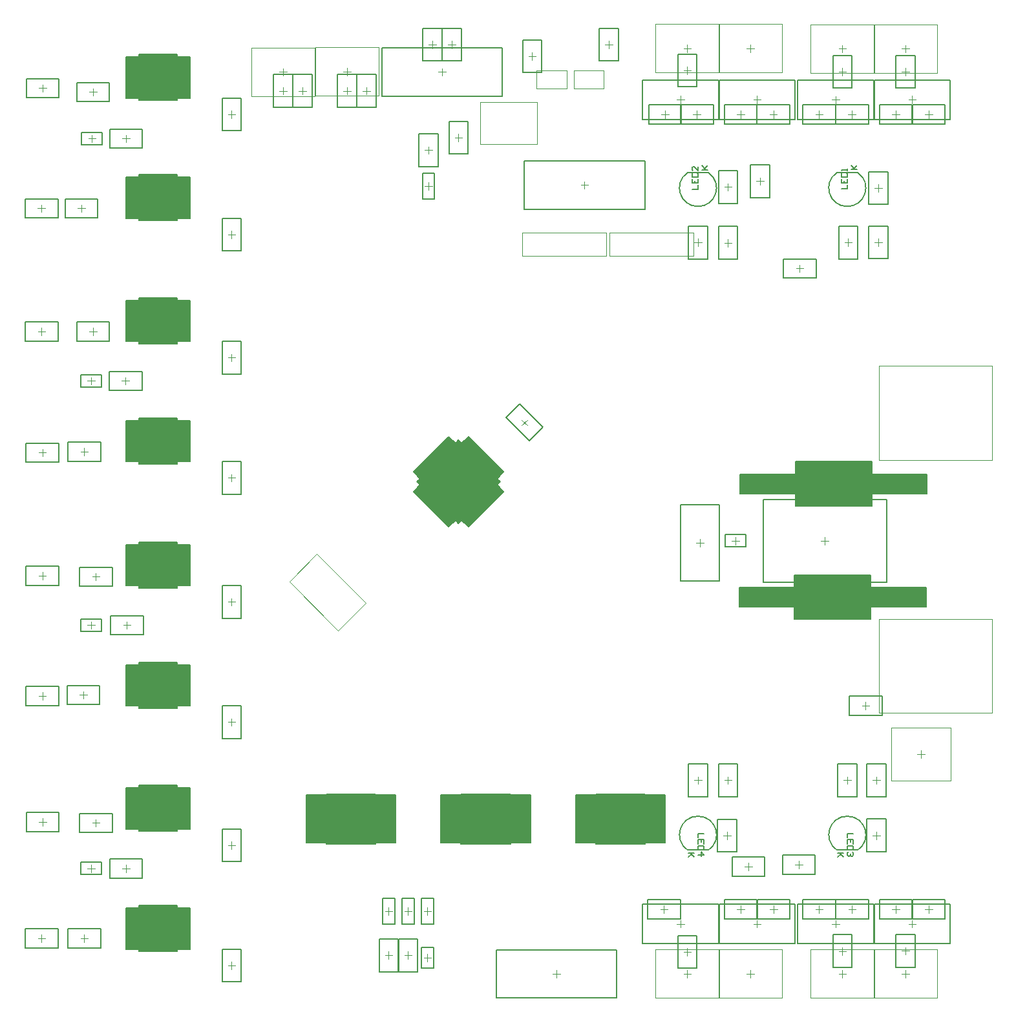
<source format=gbr>
%TF.GenerationSoftware,Altium Limited,Altium Designer,21.6.4 (81)*%
G04 Layer_Color=32768*
%FSLAX43Y43*%
%MOMM*%
%TF.SameCoordinates,95A2699C-722C-4572-8EE5-7BEA9F810E30*%
%TF.FilePolarity,Positive*%
%TF.FileFunction,Other,Mechanical_15*%
%TF.Part,Single*%
G01*
G75*
%TA.AperFunction,NonConductor*%
%ADD93C,0.152*%
%ADD94C,0.200*%
%ADD137C,0.100*%
%ADD138C,0.050*%
G36*
X-110020Y127366D02*
X-108365D01*
Y121982D01*
X-110020D01*
Y121664D01*
X-115024D01*
Y121982D01*
X-116679D01*
Y127366D01*
X-115024D01*
Y127684D01*
X-110020D01*
Y127366D01*
D02*
G37*
G36*
Y111618D02*
X-108365D01*
Y106234D01*
X-110020D01*
Y105916D01*
X-115024D01*
Y106234D01*
X-116679D01*
Y111618D01*
X-115024D01*
Y111936D01*
X-110020D01*
Y111618D01*
D02*
G37*
G36*
Y95489D02*
X-108365D01*
Y90105D01*
X-110020D01*
Y89787D01*
X-115024D01*
Y90105D01*
X-116679D01*
Y95489D01*
X-115024D01*
Y95807D01*
X-110020D01*
Y95489D01*
D02*
G37*
G36*
X-67241Y73018D02*
X-68127Y72132D01*
X-67710Y71715D01*
X-68127Y71298D01*
X-67241Y70412D01*
X-71849Y65804D01*
X-72735Y66690D01*
X-73152Y66273D01*
X-73569Y66690D01*
X-74455Y65804D01*
X-79063Y70412D01*
X-78177Y71298D01*
X-78594Y71715D01*
X-78177Y72132D01*
X-79063Y73018D01*
X-74455Y77626D01*
X-73569Y76740D01*
X-73152Y77157D01*
X-72735Y76740D01*
X-71849Y77626D01*
X-67241Y73018D01*
D02*
G37*
G36*
X-110020Y79741D02*
X-108365D01*
Y74357D01*
X-110020D01*
Y74039D01*
X-115024D01*
Y74357D01*
X-116679D01*
Y79741D01*
X-115024D01*
Y80059D01*
X-110020D01*
Y79741D01*
D02*
G37*
G36*
X-19024Y72714D02*
X-11797D01*
Y70149D01*
X-19024D01*
Y68523D01*
X-29031D01*
Y70149D01*
X-36258D01*
Y72714D01*
X-29031D01*
Y74340D01*
X-19024D01*
Y72714D01*
D02*
G37*
G36*
X-110020Y63485D02*
X-108365D01*
Y58101D01*
X-110020D01*
Y57783D01*
X-115024D01*
Y58101D01*
X-116679D01*
Y63485D01*
X-115024D01*
Y63803D01*
X-110020D01*
Y63485D01*
D02*
G37*
G36*
X-19152Y57885D02*
X-11925D01*
Y55319D01*
X-19152D01*
Y53694D01*
X-29159D01*
Y55319D01*
X-36386D01*
Y57885D01*
X-29159D01*
Y59510D01*
X-19152D01*
Y57885D01*
D02*
G37*
G36*
X-110020Y47737D02*
X-108365D01*
Y42353D01*
X-110020D01*
Y42035D01*
X-115024D01*
Y42353D01*
X-116679D01*
Y47737D01*
X-115024D01*
Y48055D01*
X-110020D01*
Y47737D01*
D02*
G37*
G36*
Y31608D02*
X-108365D01*
Y26224D01*
X-110020D01*
Y25906D01*
X-115024D01*
Y26224D01*
X-116679D01*
Y31608D01*
X-115024D01*
Y31926D01*
X-110020D01*
Y31608D01*
D02*
G37*
G36*
X-48692Y30656D02*
X-46088D01*
Y24382D01*
X-48692D01*
Y24268D01*
X-55194D01*
Y24382D01*
X-57798D01*
Y30656D01*
X-55194D01*
Y30770D01*
X-48692D01*
Y30656D01*
D02*
G37*
G36*
X-66345D02*
X-63741D01*
Y24382D01*
X-66345D01*
Y24268D01*
X-72847D01*
Y24382D01*
X-75451D01*
Y30656D01*
X-72847D01*
Y30770D01*
X-66345D01*
Y30656D01*
D02*
G37*
G36*
X-83998D02*
X-81394D01*
Y24382D01*
X-83998D01*
Y24268D01*
X-90500D01*
Y24382D01*
X-93104D01*
Y30656D01*
X-90500D01*
Y30770D01*
X-83998D01*
Y30656D01*
D02*
G37*
G36*
X-110020Y15860D02*
X-108365D01*
Y10476D01*
X-110020D01*
Y10158D01*
X-115024D01*
Y10476D01*
X-116679D01*
Y15860D01*
X-115024D01*
Y16178D01*
X-110020D01*
Y15860D01*
D02*
G37*
D93*
X-108365Y74357D02*
Y79741D01*
X-110020D02*
X-108365D01*
X-110020D02*
Y80059D01*
X-115024D02*
X-110020D01*
X-115024Y79741D02*
Y80059D01*
X-116679Y79741D02*
X-115024D01*
X-116679Y74357D02*
Y79741D01*
Y74357D02*
X-115024D01*
Y74039D02*
Y74357D01*
Y74039D02*
X-110020D01*
Y74357D01*
X-108365D01*
X-110020Y26224D02*
X-108365D01*
X-110020Y25906D02*
Y26224D01*
X-115024Y25906D02*
X-110020D01*
X-115024D02*
Y26224D01*
X-116679D02*
X-115024D01*
X-116679D02*
Y31608D01*
X-115024D01*
Y31926D01*
X-110020D01*
Y31608D02*
Y31926D01*
Y31608D02*
X-108365D01*
Y26224D02*
Y31608D01*
X-110020Y10476D02*
X-108365D01*
X-110020Y10158D02*
Y10476D01*
X-115024Y10158D02*
X-110020D01*
X-115024D02*
Y10476D01*
X-116679D02*
X-115024D01*
X-116679D02*
Y15860D01*
X-115024D01*
Y16178D01*
X-110020D01*
Y15860D02*
Y16178D01*
Y15860D02*
X-108365D01*
Y10476D02*
Y15860D01*
X-110020Y121982D02*
X-108365D01*
X-110020Y121664D02*
Y121982D01*
X-115024Y121664D02*
X-110020D01*
X-115024D02*
Y121982D01*
X-116679D02*
X-115024D01*
X-116679D02*
Y127366D01*
X-115024D01*
Y127684D01*
X-110020D01*
Y127366D02*
Y127684D01*
Y127366D02*
X-108365D01*
Y121982D02*
Y127366D01*
X-110020Y106234D02*
X-108365D01*
X-110020Y105916D02*
Y106234D01*
X-115024Y105916D02*
X-110020D01*
X-115024D02*
Y106234D01*
X-116679D02*
X-115024D01*
X-116679D02*
Y111618D01*
X-115024D01*
Y111936D01*
X-110020D01*
Y111618D02*
Y111936D01*
Y111618D02*
X-108365D01*
Y106234D02*
Y111618D01*
X-110020Y90105D02*
X-108365D01*
X-110020Y89787D02*
Y90105D01*
X-115024Y89787D02*
X-110020D01*
X-115024D02*
Y90105D01*
X-116679D02*
X-115024D01*
X-116679D02*
Y95489D01*
X-115024D01*
Y95807D01*
X-110020D01*
Y95489D02*
Y95807D01*
Y95489D02*
X-108365D01*
Y90105D02*
Y95489D01*
X-110020Y58101D02*
X-108365D01*
X-110020Y57783D02*
Y58101D01*
X-115024Y57783D02*
X-110020D01*
X-115024D02*
Y58101D01*
X-116679D02*
X-115024D01*
X-116679D02*
Y63485D01*
X-115024D01*
Y63803D01*
X-110020D01*
Y63485D02*
Y63803D01*
Y63485D02*
X-108365D01*
Y58101D02*
Y63485D01*
X-110020Y42353D02*
X-108365D01*
X-110020Y42035D02*
Y42353D01*
X-115024Y42035D02*
X-110020D01*
X-115024D02*
Y42353D01*
X-116679D02*
X-115024D01*
X-116679D02*
Y47737D01*
X-115024D01*
Y48055D01*
X-110020D01*
Y47737D02*
Y48055D01*
Y47737D02*
X-108365D01*
Y42353D02*
Y47737D01*
X-73569Y66690D02*
X-73152Y66273D01*
X-74455Y65804D02*
X-73569Y66690D01*
X-79063Y70412D02*
X-74455Y65804D01*
X-79063Y70412D02*
X-78177Y71298D01*
X-78594Y71715D02*
X-78177Y71298D01*
X-78594Y71715D02*
X-78177Y72132D01*
X-79063Y73018D02*
X-78177Y72132D01*
X-79063Y73018D02*
X-74455Y77626D01*
X-73569Y76740D01*
X-73152Y77157D01*
X-72735Y76740D01*
X-71849Y77626D01*
X-67241Y73018D01*
X-68127Y72132D02*
X-67241Y73018D01*
X-68127Y72132D02*
X-67710Y71715D01*
X-68127Y71298D02*
X-67710Y71715D01*
X-68127Y71298D02*
X-67241Y70412D01*
X-71849Y65804D02*
X-67241Y70412D01*
X-72735Y66690D02*
X-71849Y65804D01*
X-73152Y66273D02*
X-72735Y66690D01*
X-83998Y30656D02*
Y30770D01*
Y30656D02*
X-81394D01*
Y24382D02*
Y30656D01*
X-83998Y24382D02*
X-81394D01*
X-83998Y24268D02*
Y24382D01*
X-90500Y24268D02*
X-83998D01*
X-90500D02*
Y24382D01*
X-93104D02*
X-90500D01*
X-93104D02*
Y30656D01*
X-90500D01*
Y30770D01*
X-83998D01*
X-48692Y30656D02*
Y30770D01*
Y30656D02*
X-46088D01*
Y24382D02*
Y30656D01*
X-48692Y24382D02*
X-46088D01*
X-48692Y24268D02*
Y24382D01*
X-55194Y24268D02*
X-48692D01*
X-55194D02*
Y24382D01*
X-57798D02*
X-55194D01*
X-57798D02*
Y30656D01*
X-55194D01*
Y30770D01*
X-48692D01*
X-66345Y30656D02*
Y30770D01*
Y30656D02*
X-63741D01*
Y24382D02*
Y30656D01*
X-66345Y24382D02*
X-63741D01*
X-66345Y24268D02*
Y24382D01*
X-72847Y24268D02*
X-66345D01*
X-72847D02*
Y24382D01*
X-75451D02*
X-72847D01*
X-75451D02*
Y30656D01*
X-72847D01*
Y30770D01*
X-66345D01*
X-36258Y70149D02*
Y72714D01*
X-29031D01*
Y74340D01*
X-19024D01*
Y72714D02*
Y74340D01*
Y72714D02*
X-11797D01*
Y70149D02*
Y72714D01*
X-36258Y70149D02*
X-29031D01*
Y68523D02*
Y70149D01*
Y68523D02*
X-19024D01*
Y70149D01*
X-11797D01*
X-19152Y55319D02*
X-11925D01*
X-19152Y53694D02*
Y55319D01*
X-29159Y53694D02*
X-19152D01*
X-29159D02*
Y55319D01*
X-36386D02*
X-29159D01*
X-11925D02*
Y57885D01*
X-19152D02*
X-11925D01*
X-19152D02*
Y59510D01*
X-29159D02*
X-19152D01*
X-29159Y57885D02*
Y59510D01*
X-36386Y57885D02*
X-29159D01*
X-36386Y55319D02*
Y57885D01*
X-21425Y25614D02*
X-22225D01*
Y25081D01*
X-21425Y24281D02*
Y24814D01*
X-22225D01*
Y24281D01*
X-21825Y24814D02*
Y24548D01*
X-21425Y24015D02*
X-22225D01*
Y23615D01*
X-22092Y23481D01*
X-21559D01*
X-21425Y23615D01*
Y24015D01*
X-21559Y23215D02*
X-21425Y23081D01*
Y22815D01*
X-21559Y22682D01*
X-21692D01*
X-21825Y22815D01*
Y22948D01*
Y22815D01*
X-21958Y22682D01*
X-22092D01*
X-22225Y22815D01*
Y23081D01*
X-22092Y23215D01*
X-22695Y23074D02*
X-23495D01*
X-23228D01*
X-22695Y22541D01*
X-23095Y22941D01*
X-23495Y22541D01*
X-40983Y25614D02*
X-41783D01*
Y25081D01*
X-40983Y24281D02*
Y24814D01*
X-41783D01*
Y24281D01*
X-41383Y24814D02*
Y24548D01*
X-40983Y24015D02*
X-41783D01*
Y23615D01*
X-41650Y23481D01*
X-41117D01*
X-40983Y23615D01*
Y24015D01*
X-41783Y22815D02*
X-40983D01*
X-41383Y23215D01*
Y22682D01*
X-42253Y23074D02*
X-43053D01*
X-42786D01*
X-42253Y22541D01*
X-42653Y22941D01*
X-43053Y22541D01*
X-42583Y110064D02*
X-41783D01*
Y110597D01*
X-42583Y111397D02*
Y110864D01*
X-41783D01*
Y111397D01*
X-42183Y110864D02*
Y111130D01*
X-42583Y111663D02*
X-41783D01*
Y112063D01*
X-41916Y112197D01*
X-42449D01*
X-42583Y112063D01*
Y111663D01*
X-41783Y112996D02*
Y112463D01*
X-42316Y112996D01*
X-42449D01*
X-42583Y112863D01*
Y112597D01*
X-42449Y112463D01*
X-41313Y112604D02*
X-40513D01*
X-40780D01*
X-41313Y113137D01*
X-40913Y112737D01*
X-40513Y113137D01*
X-21755Y112609D02*
X-20955D01*
X-21222D01*
X-21755Y113142D01*
X-21355Y112742D01*
X-20955Y113142D01*
X-23025Y110069D02*
X-22225D01*
Y110602D01*
X-23025Y111402D02*
Y110869D01*
X-22225D01*
Y111402D01*
X-22625Y110869D02*
Y111135D01*
X-23025Y111668D02*
X-22225D01*
Y112068D01*
X-22358Y112202D01*
X-22891D01*
X-23025Y112068D01*
Y111668D01*
X-22225Y112468D02*
Y112735D01*
Y112602D01*
X-23025D01*
X-22891Y112468D01*
D94*
X-20867Y23455D02*
G03*
X-23605Y23475I-1355J2016D01*
G01*
X-40425Y23455D02*
G03*
X-43163Y23475I-1355J2016D01*
G01*
X-43141Y112223D02*
G03*
X-40403Y112203I1355J-2016D01*
G01*
X-23583Y112228D02*
G03*
X-20845Y112208I1355J-2016D01*
G01*
X-114559Y115419D02*
Y117927D01*
X-118867Y115419D02*
X-114559D01*
X-118867D02*
Y117927D01*
X-114559D01*
X-71898Y114646D02*
Y118954D01*
X-74406D02*
X-71898D01*
X-74406Y114646D02*
Y118954D01*
Y114646D02*
X-71898D01*
X-78343Y112995D02*
Y117303D01*
X-75835D01*
Y112995D02*
Y117303D01*
X-78343Y112995D02*
X-75835D01*
X-76314Y108750D02*
Y112150D01*
X-77864Y108750D02*
X-76314D01*
X-77864D02*
Y112150D01*
X-76314D01*
X-104124Y117694D02*
X-101616D01*
X-104124D02*
Y122002D01*
X-101616D01*
Y117694D02*
Y122002D01*
X-104124Y38065D02*
X-101616D01*
X-104124D02*
Y42373D01*
X-101616D01*
Y38065D02*
Y42373D01*
X-104124Y21936D02*
X-101616D01*
X-104124D02*
Y26244D01*
X-101616D01*
Y21936D02*
Y26244D01*
X-104124Y6188D02*
X-101616D01*
X-104124D02*
Y10496D01*
X-101616D01*
Y6188D02*
Y10496D01*
X-124328Y10644D02*
Y13152D01*
X-120020D01*
Y10644D02*
Y13152D01*
X-124328Y10644D02*
X-120020D01*
X-119931Y20242D02*
Y21842D01*
X-122639Y20242D02*
X-119931D01*
X-122639D02*
Y21842D01*
X-119931D01*
X-122804Y25757D02*
Y28265D01*
X-118496D01*
Y25757D02*
Y28265D01*
X-122804Y25757D02*
X-118496D01*
X-119931Y52119D02*
Y53719D01*
X-122639Y52119D02*
X-119931D01*
X-122639D02*
Y53719D01*
X-119931D01*
X-122804Y58015D02*
Y60523D01*
X-118496D01*
Y58015D02*
Y60523D01*
X-122804Y58015D02*
X-118496D01*
X-124328Y74398D02*
Y76906D01*
X-120020D01*
Y74398D02*
Y76906D01*
X-124328Y74398D02*
X-120020D01*
X-119931Y84123D02*
Y85723D01*
X-122639Y84123D02*
X-119931D01*
X-122639D02*
Y85723D01*
X-119931D01*
X-123185Y90146D02*
Y92654D01*
X-118877D01*
Y90146D02*
Y92654D01*
X-123185Y90146D02*
X-118877D01*
X-119804Y115873D02*
Y117473D01*
X-122512Y115873D02*
X-119804D01*
X-122512D02*
Y117473D01*
X-119804D01*
X-123185Y121515D02*
Y124023D01*
X-118877D01*
Y121515D02*
Y124023D01*
X-123185Y121515D02*
X-118877D01*
X-129789Y122023D02*
Y124531D01*
X-125481D01*
Y122023D02*
Y124531D01*
X-129789Y122023D02*
X-125481D01*
X-124455Y42521D02*
Y45029D01*
X-120147D01*
Y42521D02*
Y45029D01*
X-124455Y42521D02*
X-120147D01*
X-75295Y126838D02*
X-72787D01*
X-75295D02*
Y131146D01*
X-72787D01*
Y126838D02*
Y131146D01*
X-64754Y125314D02*
X-62246D01*
X-64754D02*
Y129622D01*
X-62246D01*
Y125314D02*
Y129622D01*
X-54721Y131146D02*
X-52213D01*
Y126838D02*
Y131146D01*
X-54721Y126838D02*
X-52213D01*
X-54721D02*
Y131146D01*
X-66926Y80098D02*
X-65152Y81872D01*
X-62106Y78826D01*
X-63880Y77052D02*
X-62106Y78826D01*
X-66926Y80098D02*
X-63880Y77052D01*
X-78016Y10699D02*
X-76416D01*
Y7991D02*
Y10699D01*
X-78016Y7991D02*
X-76416D01*
X-78016D02*
Y10699D01*
X-48382Y14454D02*
Y16962D01*
X-44074D01*
Y14454D02*
Y16962D01*
X-48382Y14454D02*
X-44074D01*
X-34031D02*
Y16962D01*
X-29723D01*
Y14454D02*
Y16962D01*
X-34031Y14454D02*
X-29723D01*
X-28062D02*
Y16962D01*
X-23754D01*
Y14454D02*
Y16962D01*
X-28062Y14454D02*
X-23754D01*
X-23744D02*
Y16962D01*
X-19436D01*
Y14454D02*
Y16962D01*
X-23744Y14454D02*
X-19436D01*
X-13711D02*
Y16962D01*
X-9403D01*
Y14454D02*
Y16962D01*
X-13711Y14454D02*
X-9403D01*
X-26421Y20296D02*
Y22804D01*
X-30729Y20296D02*
X-26421D01*
X-30729D02*
Y22804D01*
X-26421D01*
X-33025Y20042D02*
Y22550D01*
X-37333Y20042D02*
X-33025D01*
X-37333D02*
Y22550D01*
X-33025D01*
X-39227Y23206D02*
X-36719D01*
X-39227D02*
Y27514D01*
X-36719D01*
Y23206D02*
Y27514D01*
X-43037Y30445D02*
X-40529D01*
X-43037D02*
Y34753D01*
X-40529D01*
Y30445D02*
Y34753D01*
X-39100Y30445D02*
X-36592D01*
X-39100D02*
Y34753D01*
X-36592D01*
Y30445D02*
Y34753D01*
X-23479Y30445D02*
X-20971D01*
X-23479D02*
Y34753D01*
X-20971D01*
Y30445D02*
Y34753D01*
X-35514Y63168D02*
Y64768D01*
X-38222Y63168D02*
X-35514D01*
X-38222D02*
Y64768D01*
X-35514D01*
X-33266Y58538D02*
X-17046D01*
X-33266D02*
Y69398D01*
X-17046D01*
Y58538D02*
Y69398D01*
X-26294Y98401D02*
Y100909D01*
X-30602Y98401D02*
X-26294D01*
X-30602D02*
Y100909D01*
X-26294D01*
X-43037Y105203D02*
X-40529D01*
Y100895D02*
Y105203D01*
X-43037Y100895D02*
X-40529D01*
X-43037D02*
Y105203D01*
X-34909Y113239D02*
X-32401D01*
Y108931D02*
Y113239D01*
X-34909Y108931D02*
X-32401D01*
X-34909D02*
Y113239D01*
X-23352Y105203D02*
X-20844D01*
Y100895D02*
Y105203D01*
X-23352Y100895D02*
X-20844D01*
X-23352D02*
Y105203D01*
X-19415Y105238D02*
X-16907D01*
Y100930D02*
Y105238D01*
X-19415Y100930D02*
X-16907D01*
X-19415D02*
Y105238D01*
Y112350D02*
X-16907D01*
Y108042D02*
Y112350D01*
X-19415Y108042D02*
X-16907D01*
X-19415D02*
Y112350D01*
X-9403Y118594D02*
Y121102D01*
X-13711Y118594D02*
X-9403D01*
X-13711D02*
Y121102D01*
X-9403D01*
X-13721Y118594D02*
Y121102D01*
X-18029Y118594D02*
X-13721D01*
X-18029D02*
Y121102D01*
X-13721D01*
X-23779Y118594D02*
Y121102D01*
X-19471D01*
Y118594D02*
Y121102D01*
X-23779Y118594D02*
X-19471D01*
X-23754D02*
Y121102D01*
X-28062Y118594D02*
X-23754D01*
X-28062D02*
Y121102D01*
X-23754D01*
X-29758Y118594D02*
Y121102D01*
X-34066Y118594D02*
X-29758D01*
X-34066D02*
Y121102D01*
X-29758D01*
X-34041Y118594D02*
Y121102D01*
X-38349Y118594D02*
X-34041D01*
X-38349D02*
Y121102D01*
X-34041D01*
X-44099Y118594D02*
Y121102D01*
X-39791D01*
Y118594D02*
Y121102D01*
X-44099Y118594D02*
X-39791D01*
X-43947D02*
Y121102D01*
X-48255Y118594D02*
X-43947D01*
X-48255D02*
Y121102D01*
X-43947D01*
X-52425Y4095D02*
Y10395D01*
X-68225D02*
X-52425D01*
X-68225Y4095D02*
Y10395D01*
Y4095D02*
X-52425D01*
X-77991Y13754D02*
X-76441D01*
Y17154D01*
X-77991D02*
X-76441D01*
X-77991Y13754D02*
Y17154D01*
X-80531Y13754D02*
Y17154D01*
X-78981D01*
Y13754D02*
Y17154D01*
X-80531Y13754D02*
X-78981D01*
X-83071D02*
Y17154D01*
X-81521D01*
Y13754D02*
Y17154D01*
X-83071Y13754D02*
X-81521D01*
X-8726Y119178D02*
Y124338D01*
X-18706Y119178D02*
X-8726D01*
X-18706D02*
Y124338D01*
X-8726D01*
X-18759Y119173D02*
Y124333D01*
X-28739Y119173D02*
X-18759D01*
X-28739D02*
Y124333D01*
X-18759D01*
X-29046Y119178D02*
Y124338D01*
X-39026Y119178D02*
X-29046D01*
X-39026D02*
Y124338D01*
X-29046D01*
X-39079Y119178D02*
Y124338D01*
X-49059Y119178D02*
X-39079D01*
X-49059D02*
Y124338D01*
X-39079D01*
X-28739Y11218D02*
X-18759D01*
Y16378D01*
X-28739D02*
X-18759D01*
X-28739Y11218D02*
Y16378D01*
X-18706Y11218D02*
X-8726D01*
Y16378D01*
X-18706D02*
X-8726D01*
X-18706Y11218D02*
Y16378D01*
X-39026Y11218D02*
X-29046D01*
Y16378D01*
X-39026D02*
X-29046D01*
X-39026Y11218D02*
Y16378D01*
X-49059Y11218D02*
X-39079D01*
Y16378D01*
X-49059D02*
X-39079D01*
X-49059Y11218D02*
Y16378D01*
X-23604Y23455D02*
X-20867D01*
X-43162D02*
X-40425D01*
X-64542Y113727D02*
X-48742D01*
Y107427D02*
Y113727D01*
X-64542Y107427D02*
X-48742D01*
X-64542D02*
Y113727D01*
X-43141Y112223D02*
X-40404D01*
X-23583Y112228D02*
X-20846D01*
X-83211Y128540D02*
X-67411D01*
Y122240D02*
Y128540D01*
X-83211Y122240D02*
X-67411D01*
X-83211D02*
Y128540D01*
X-94885Y120777D02*
Y125085D01*
X-97393D02*
X-94885D01*
X-97393Y120777D02*
Y125085D01*
Y120777D02*
X-94885D01*
X-92345D02*
Y125085D01*
X-94853D02*
X-92345D01*
X-94853Y120777D02*
Y125085D01*
Y120777D02*
X-92345D01*
X-86503D02*
Y125085D01*
X-89011D02*
X-86503D01*
X-89011Y120777D02*
Y125085D01*
Y120777D02*
X-86503D01*
X-83963D02*
Y125085D01*
X-86471D02*
X-83963D01*
X-86471Y120777D02*
Y125085D01*
Y120777D02*
X-83963D01*
X-75327Y126838D02*
Y131146D01*
X-77835D02*
X-75327D01*
X-77835Y126838D02*
Y131146D01*
Y126838D02*
X-75327D01*
X-81010Y7518D02*
Y11826D01*
Y7518D02*
X-78502D01*
Y11826D01*
X-81010D02*
X-78502D01*
X-83550Y7518D02*
Y11826D01*
Y7518D02*
X-81042D01*
Y11826D01*
X-83550D02*
X-81042D01*
X-39100Y100873D02*
Y105181D01*
Y100873D02*
X-36592D01*
Y105181D01*
X-39100D02*
X-36592D01*
X-39100Y108169D02*
Y112477D01*
Y108169D02*
X-36592D01*
Y112477D01*
X-39100D02*
X-36592D01*
X-17178Y23223D02*
Y27532D01*
X-19687D02*
X-17178D01*
X-19687Y23223D02*
Y27532D01*
Y23223D02*
X-17178D01*
X-17161Y30445D02*
Y34753D01*
X-19669D02*
X-17161D01*
X-19669Y30445D02*
Y34753D01*
Y30445D02*
X-17161D01*
X-38349Y16962D02*
X-34041D01*
X-38349Y14454D02*
Y16962D01*
Y14454D02*
X-34041D01*
Y16962D01*
X-18029D02*
X-13721D01*
X-18029Y14454D02*
Y16962D01*
Y14454D02*
X-13721D01*
Y16962D01*
X-15859Y127590D02*
X-13351D01*
Y123282D02*
Y127590D01*
X-15859Y123282D02*
X-13351D01*
X-15859D02*
Y127590D01*
X-24114D02*
X-21606D01*
Y123282D02*
Y127590D01*
X-24114Y123282D02*
X-21606D01*
X-24114D02*
Y127590D01*
X-44434Y127752D02*
X-41926D01*
Y123444D02*
Y127752D01*
X-44434Y123444D02*
X-41926D01*
X-44434D02*
Y127752D01*
X-118867Y22296D02*
X-114559D01*
X-118867Y19788D02*
Y22296D01*
Y19788D02*
X-114559D01*
Y22296D01*
X-118927Y86177D02*
X-114619D01*
X-118927Y83669D02*
Y86177D01*
Y83669D02*
X-114619D01*
Y86177D01*
X-118740Y54173D02*
X-114432D01*
X-118740Y51665D02*
Y54173D01*
Y51665D02*
X-114432D01*
Y54173D01*
X-21966Y41124D02*
X-17658D01*
Y43632D01*
X-21966D02*
X-17658D01*
X-21966Y41124D02*
Y43632D01*
X-44109Y58724D02*
X-38949D01*
X-44109D02*
Y68704D01*
X-38949D01*
Y58724D02*
Y68704D01*
X-13351Y8093D02*
Y12401D01*
X-15859D02*
X-13351D01*
X-15859Y8093D02*
Y12401D01*
Y8093D02*
X-13351D01*
X-21606Y8058D02*
Y12366D01*
X-24114D02*
X-21606D01*
X-24114Y8058D02*
Y12366D01*
Y8058D02*
X-21606D01*
X-41926Y7966D02*
Y12274D01*
X-44434D02*
X-41926D01*
X-44434Y7966D02*
Y12274D01*
Y7966D02*
X-41926D01*
X-101616Y101946D02*
Y106254D01*
X-104124D02*
X-101616D01*
X-104124Y101946D02*
Y106254D01*
Y101946D02*
X-101616D01*
Y85817D02*
Y90125D01*
X-104124D02*
X-101616D01*
X-104124Y85817D02*
Y90125D01*
Y85817D02*
X-101616D01*
Y70069D02*
Y74377D01*
X-104124D02*
X-101616D01*
X-104124Y70069D02*
Y74377D01*
Y70069D02*
X-101616D01*
Y53813D02*
Y58121D01*
X-104124D02*
X-101616D01*
X-104124Y53813D02*
Y58121D01*
Y53813D02*
X-101616D01*
X-124709Y106275D02*
X-120401D01*
Y108783D01*
X-124709D02*
X-120401D01*
X-124709Y106275D02*
Y108783D01*
X-129789Y25884D02*
X-125481D01*
Y28392D01*
X-129789D02*
X-125481D01*
X-129789Y25884D02*
Y28392D01*
X-129951Y106275D02*
X-125643D01*
Y108783D01*
X-129951D02*
X-125643D01*
X-129951Y106275D02*
Y108783D01*
X-129916Y10644D02*
X-125608D01*
Y13152D01*
X-129916D02*
X-125608D01*
X-129916Y10644D02*
Y13152D01*
X-129824Y42394D02*
X-125516D01*
Y44902D01*
X-129824D02*
X-125516D01*
X-129824Y42394D02*
Y44902D01*
Y58142D02*
X-125516D01*
Y60650D01*
X-129824D02*
X-125516D01*
X-129824Y58142D02*
Y60650D01*
X-129916Y90146D02*
X-125608D01*
Y92654D01*
X-129916D02*
X-125608D01*
X-129916Y90146D02*
Y92654D01*
X-129824Y74271D02*
X-125516D01*
Y76779D01*
X-129824D02*
X-125516D01*
X-129824Y74271D02*
Y76779D01*
D137*
X-116713Y116173D02*
Y117173D01*
X-117213Y116673D02*
X-116213D01*
X-73152Y116300D02*
Y117300D01*
X-73652Y116800D02*
X-72652D01*
X-77089Y114649D02*
Y115649D01*
X-77589Y115149D02*
X-76589D01*
X-77089Y109950D02*
Y110950D01*
X-77589Y110450D02*
X-76589D01*
X-103370Y119848D02*
X-102370D01*
X-102870Y119348D02*
Y120348D01*
X-103370Y40219D02*
X-102370D01*
X-102870Y39719D02*
Y40719D01*
X-103370Y24090D02*
X-102370D01*
X-102870Y23590D02*
Y24590D01*
X-103370Y8342D02*
X-102370D01*
X-102870Y7842D02*
Y8842D01*
X-122174Y11398D02*
Y12398D01*
X-122674Y11898D02*
X-121674D01*
X-121285Y20542D02*
Y21542D01*
X-121785Y21042D02*
X-120785D01*
X-120650Y26511D02*
Y27511D01*
X-121150Y27011D02*
X-120150D01*
X-121285Y52419D02*
Y53419D01*
X-121785Y52919D02*
X-120785D01*
X-120650Y58769D02*
Y59769D01*
X-121150Y59269D02*
X-120150D01*
X-122174Y75152D02*
Y76152D01*
X-122674Y75652D02*
X-121674D01*
X-121285Y84423D02*
Y85423D01*
X-121785Y84923D02*
X-120785D01*
X-121031Y90900D02*
Y91900D01*
X-121531Y91400D02*
X-120531D01*
X-121158Y116173D02*
Y117173D01*
X-121658Y116673D02*
X-120658D01*
X-121031Y122269D02*
Y123269D01*
X-121531Y122769D02*
X-120531D01*
X-127635Y122777D02*
Y123777D01*
X-128135Y123277D02*
X-127135D01*
X-122301Y43275D02*
Y44275D01*
X-122801Y43775D02*
X-121801D01*
X-74541Y128992D02*
X-73541D01*
X-74041Y128492D02*
Y129492D01*
X-64000Y127468D02*
X-63000D01*
X-63500Y126968D02*
Y127968D01*
X-53967Y128992D02*
X-52967D01*
X-53467Y128492D02*
Y129492D01*
X-64870Y79108D02*
X-64162Y79816D01*
X-64870D02*
X-64162Y79108D01*
X-77716Y9345D02*
X-76716D01*
X-77216Y8845D02*
Y9845D01*
X-46228Y15208D02*
Y16208D01*
X-46728Y15708D02*
X-45728D01*
X-31877Y15208D02*
Y16208D01*
X-32377Y15708D02*
X-31377D01*
X-25908Y15208D02*
Y16208D01*
X-26408Y15708D02*
X-25408D01*
X-21590Y15208D02*
Y16208D01*
X-22090Y15708D02*
X-21090D01*
X-11557Y15208D02*
Y16208D01*
X-12057Y15708D02*
X-11057D01*
X-28575Y21050D02*
Y22050D01*
X-29075Y21550D02*
X-28075D01*
X-35179Y20796D02*
Y21796D01*
X-35679Y21296D02*
X-34679D01*
X-38473Y25360D02*
X-37473D01*
X-37973Y24860D02*
Y25860D01*
X-42283Y32599D02*
X-41283D01*
X-41783Y32099D02*
Y33099D01*
X-38346Y32599D02*
X-37346D01*
X-37846Y32099D02*
Y33099D01*
X-22725Y32599D02*
X-21725D01*
X-22225Y32099D02*
Y33099D01*
X-12573Y35528D02*
Y36528D01*
X-13073Y36028D02*
X-12073D01*
X-36868Y63468D02*
Y64468D01*
X-37368Y63968D02*
X-36368D01*
X-25656D02*
X-24656D01*
X-25156Y63468D02*
Y64468D01*
X-28448Y99155D02*
Y100155D01*
X-28948Y99655D02*
X-27948D01*
X-42283Y103049D02*
X-41283D01*
X-41783Y102549D02*
Y103549D01*
X-34155Y111085D02*
X-33155D01*
X-33655Y110585D02*
Y111585D01*
X-22598Y103049D02*
X-21598D01*
X-22098Y102549D02*
Y103549D01*
X-18661Y103084D02*
X-17661D01*
X-18161Y102584D02*
Y103584D01*
X-18661Y110196D02*
X-17661D01*
X-18161Y109696D02*
Y110696D01*
X-11557Y119348D02*
Y120348D01*
X-12057Y119848D02*
X-11057D01*
X-15875Y119348D02*
Y120348D01*
X-16375Y119848D02*
X-15375D01*
X-21625Y119348D02*
Y120348D01*
X-22125Y119848D02*
X-21125D01*
X-25908Y119348D02*
Y120348D01*
X-26408Y119848D02*
X-25408D01*
X-31912Y119348D02*
Y120348D01*
X-32412Y119848D02*
X-31412D01*
X-36195Y119348D02*
Y120348D01*
X-36695Y119848D02*
X-35695D01*
X-41945Y119348D02*
Y120348D01*
X-42445Y119848D02*
X-41445D01*
X-46101Y119348D02*
Y120348D01*
X-46601Y119848D02*
X-45601D01*
X-60325Y6745D02*
Y7745D01*
X-60825Y7245D02*
X-59825D01*
X-77716Y15454D02*
X-76716D01*
X-77216Y14954D02*
Y15954D01*
X-79756Y14954D02*
Y15954D01*
X-80256Y15454D02*
X-79256D01*
X-82296Y14954D02*
Y15954D01*
X-82796Y15454D02*
X-81796D01*
X-13716Y121258D02*
Y122258D01*
X-14216Y121758D02*
X-13216D01*
X-23749Y121253D02*
Y122253D01*
X-24249Y121753D02*
X-23249D01*
X-34036Y121258D02*
Y122258D01*
X-34536Y121758D02*
X-33536D01*
X-44069Y121258D02*
Y122258D01*
X-44569Y121758D02*
X-43569D01*
X-18100Y86882D02*
X-3300D01*
X-18100Y74582D02*
Y86882D01*
Y74582D02*
X-3300D01*
Y86882D01*
X-24249Y13798D02*
X-23249D01*
X-23749Y13298D02*
Y14298D01*
X-14216Y13798D02*
X-13216D01*
X-13716Y13298D02*
Y14298D01*
X-34536Y13798D02*
X-33536D01*
X-34036Y13298D02*
Y14298D01*
X-44569Y13798D02*
X-43569D01*
X-44069Y13298D02*
Y14298D01*
X-18100Y53735D02*
X-3300D01*
X-18100Y41435D02*
Y53735D01*
Y41435D02*
X-3300D01*
Y53735D01*
X-57142Y110577D02*
X-56142D01*
X-56642Y110077D02*
Y111077D01*
X-75811Y125390D02*
X-74811D01*
X-75311Y124890D02*
Y125890D01*
X-96139Y122431D02*
Y123431D01*
X-96639Y122931D02*
X-95639D01*
X-93599Y122431D02*
Y123431D01*
X-94099Y122931D02*
X-93099D01*
X-87757Y122431D02*
Y123431D01*
X-88257Y122931D02*
X-87257D01*
X-85217Y122431D02*
Y123431D01*
X-85717Y122931D02*
X-84717D01*
X-76581Y128492D02*
Y129492D01*
X-77081Y128992D02*
X-76081D01*
X-79756Y9172D02*
Y10172D01*
X-80256Y9672D02*
X-79256D01*
X-82296Y9172D02*
Y10172D01*
X-82796Y9672D02*
X-81796D01*
X-37846Y102527D02*
Y103527D01*
X-38346Y103027D02*
X-37346D01*
X-37846Y109823D02*
Y110823D01*
X-38346Y110323D02*
X-37346D01*
X-18432Y24877D02*
Y25877D01*
X-18932Y25377D02*
X-17932D01*
X-18415Y32099D02*
Y33099D01*
X-18915Y32599D02*
X-17915D01*
X-36695Y15708D02*
X-35695D01*
X-36195Y15208D02*
Y16208D01*
X-16375Y15708D02*
X-15375D01*
X-15875Y15208D02*
Y16208D01*
X-15105Y125436D02*
X-14105D01*
X-14605Y124936D02*
Y125936D01*
X-23360Y125436D02*
X-22360D01*
X-22860Y124936D02*
Y125936D01*
X-43680Y125598D02*
X-42680D01*
X-43180Y125098D02*
Y126098D01*
X-117213Y21042D02*
X-116213D01*
X-116713Y20542D02*
Y21542D01*
X-117273Y84923D02*
X-116273D01*
X-116773Y84423D02*
Y85423D01*
X-117086Y52919D02*
X-116086D01*
X-116586Y52419D02*
Y53419D01*
X-20312Y42378D02*
X-19312D01*
X-19812Y41878D02*
Y42878D01*
X-42029Y63714D02*
X-41029D01*
X-41529Y63214D02*
Y64214D01*
X-14605Y9747D02*
Y10747D01*
X-15105Y10247D02*
X-14105D01*
X-22860Y9712D02*
Y10712D01*
X-23360Y10212D02*
X-22360D01*
X-43180Y9620D02*
Y10620D01*
X-43680Y10120D02*
X-42680D01*
X-102870Y103600D02*
Y104600D01*
X-103370Y104100D02*
X-102370D01*
X-102870Y87471D02*
Y88471D01*
X-103370Y87971D02*
X-102370D01*
X-102870Y71723D02*
Y72723D01*
X-103370Y72223D02*
X-102370D01*
X-102870Y55467D02*
Y56467D01*
X-103370Y55967D02*
X-102370D01*
X-123055Y107529D02*
X-122055D01*
X-122555Y107029D02*
Y108029D01*
X-128135Y27138D02*
X-127135D01*
X-127635Y26638D02*
Y27638D01*
X-128297Y107529D02*
X-127297D01*
X-127797Y107029D02*
Y108029D01*
X-128262Y11898D02*
X-127262D01*
X-127762Y11398D02*
Y12398D01*
X-128170Y43648D02*
X-127170D01*
X-127670Y43148D02*
Y44148D01*
X-128170Y59396D02*
X-127170D01*
X-127670Y58896D02*
Y59896D01*
X-128262Y91400D02*
X-127262D01*
X-127762Y90900D02*
Y91900D01*
X-128170Y75525D02*
X-127170D01*
X-127670Y75025D02*
Y76025D01*
D138*
X-70273Y115955D02*
Y121455D01*
X-62823D01*
Y115955D02*
Y121455D01*
X-70273Y115955D02*
X-62823D01*
X-62910Y123270D02*
Y125570D01*
X-59010D01*
Y123270D02*
Y125570D01*
X-62910Y123270D02*
X-59010D01*
X-54114D02*
Y125570D01*
X-58014Y123270D02*
X-54114D01*
X-58014D02*
Y125570D01*
X-54114D01*
X-95300Y58634D02*
X-91694Y62240D01*
X-85294Y55840D01*
X-88900Y52234D02*
X-85294Y55840D01*
X-95300Y58634D02*
X-88900Y52234D01*
X-16473Y32578D02*
X-8673D01*
X-16473Y39478D02*
X-8673D01*
X-16473Y32578D02*
Y39478D01*
X-8673Y32578D02*
Y39478D01*
X-10425Y4070D02*
Y10420D01*
X-18785D02*
X-10425D01*
X-18785Y4070D02*
Y10420D01*
Y4070D02*
X-10425D01*
X-15105Y7245D02*
X-14105D01*
X-14605Y6745D02*
Y7745D01*
X-18680Y4070D02*
Y10420D01*
X-27040D02*
X-18680D01*
X-27040Y4070D02*
Y10420D01*
Y4070D02*
X-18680D01*
X-23360Y7245D02*
X-22360D01*
X-22860Y6745D02*
Y7745D01*
X-39000Y4070D02*
Y10420D01*
X-47360D02*
X-39000D01*
X-47360Y4070D02*
Y10420D01*
Y4070D02*
X-39000D01*
X-43680Y7245D02*
X-42680D01*
X-43180Y6745D02*
Y7745D01*
X-30745Y4070D02*
Y10420D01*
X-39105D02*
X-30745D01*
X-39105Y4070D02*
Y10420D01*
Y4070D02*
X-30745D01*
X-35425Y7245D02*
X-34425D01*
X-34925Y6745D02*
Y7745D01*
X-64804Y104325D02*
X-53814D01*
X-64804Y101335D02*
Y104325D01*
Y101335D02*
X-53814D01*
Y104325D01*
X-53374Y101335D02*
X-42384D01*
Y104325D01*
X-53374D02*
X-42384D01*
X-53374Y101335D02*
Y104325D01*
X-14605Y127938D02*
Y128938D01*
X-15105Y128438D02*
X-14105D01*
X-18785Y131613D02*
X-10425D01*
Y125263D02*
Y131613D01*
X-18785Y125263D02*
X-10425D01*
X-18785D02*
Y131613D01*
X-22860Y127938D02*
Y128938D01*
X-23360Y128438D02*
X-22360D01*
X-27040Y131613D02*
X-18680D01*
Y125263D02*
Y131613D01*
X-27040Y125263D02*
X-18680D01*
X-27040D02*
Y131613D01*
X-34925Y127984D02*
Y128984D01*
X-35425Y128484D02*
X-34425D01*
X-39105Y131659D02*
X-30745D01*
Y125309D02*
Y131659D01*
X-39105Y125309D02*
X-30745D01*
X-39105D02*
Y131659D01*
X-43180Y127984D02*
Y128984D01*
X-43680Y128484D02*
X-42680D01*
X-47360Y131659D02*
X-39000D01*
Y125309D02*
Y131659D01*
X-47360Y125309D02*
X-39000D01*
X-47360D02*
Y131659D01*
X-91937Y122261D02*
Y128611D01*
Y122261D02*
X-83577D01*
Y128611D01*
X-91937D02*
X-83577D01*
X-88257Y125436D02*
X-87257D01*
X-87757Y124936D02*
Y125936D01*
X-100319Y122215D02*
Y128565D01*
Y122215D02*
X-91959D01*
Y128565D01*
X-100319D02*
X-91959D01*
X-96639Y125390D02*
X-95639D01*
X-96139Y124890D02*
Y125890D01*
%TF.MD5,40be9d93b88481d0313a9ee8d2349363*%
M02*

</source>
